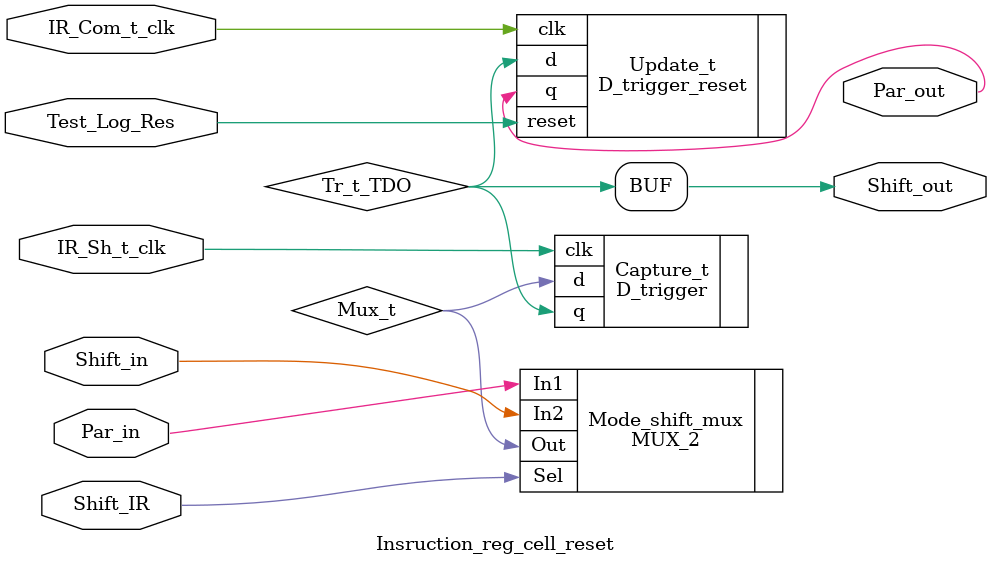
<source format=v>
`timescale 1ns / 1ps
module Insruction_reg_cell_reset(
    input Shift_in,
    output Shift_out,
    input Par_in,
    output Par_out,
    input Test_Log_Res,
    input Shift_IR,
    input IR_Sh_t_clk,
    input IR_Com_t_clk
    );
	 
	 wire Mux_t, Tr_t_TDO;
	 
	 assign Shift_out = Tr_t_TDO;
	 
	 //Ìóëüòèïëåêñîð ðåæèìà Shift/Load
	 MUX_2 Mode_shift_mux (
    .In1(Par_in), 
    .In2(Shift_in), 
    .Out(Mux_t), 
    .Sel(Shift_IR)
    );
	 
	 //Òðèããåð ñäâèãîâîãî ðåãèñòðà Sh_t
	 D_trigger Capture_t (
    .clk(IR_Sh_t_clk), 
    .d(Mux_t), 
    .q(Tr_t_TDO)
    );
	 
	 //Òðèããåð òåíåâîãî ðåãèñòðà Com_t
	 D_trigger_reset Update_t (
    .d(Tr_t_TDO), 
    .q(Par_out), 
    .clk(IR_Com_t_clk), 
    .reset(Test_Log_Res)
    );
	
endmodule

</source>
